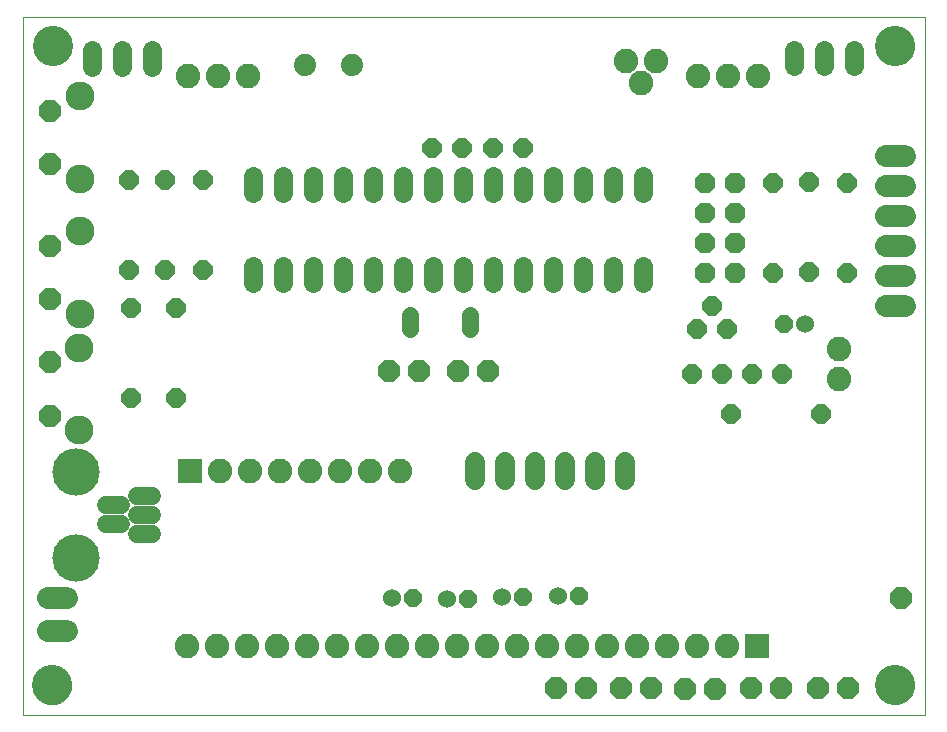
<source format=gbs>
G75*
%MOIN*%
%OFA0B0*%
%FSLAX24Y24*%
%IPPOS*%
%LPD*%
%AMOC8*
5,1,8,0,0,1.08239X$1,22.5*
%
%ADD10C,0.0000*%
%ADD11C,0.1340*%
%ADD12C,0.0640*%
%ADD13C,0.0720*%
%ADD14OC8,0.0640*%
%ADD15OC8,0.0600*%
%ADD16C,0.0600*%
%ADD17OC8,0.0674*%
%ADD18C,0.0674*%
%ADD19OC8,0.0710*%
%ADD20R,0.0820X0.0820*%
%ADD21C,0.0820*%
%ADD22C,0.0560*%
%ADD23C,0.1580*%
%ADD24C,0.0596*%
%ADD25OC8,0.0720*%
%ADD26C,0.0965*%
%ADD27C,0.0740*%
D10*
X001445Y001401D02*
X031517Y001402D01*
X031522Y024643D01*
X001457Y024645D01*
X001445Y001401D01*
X001796Y002375D02*
X001798Y002425D01*
X001804Y002475D01*
X001814Y002524D01*
X001828Y002572D01*
X001845Y002619D01*
X001866Y002664D01*
X001891Y002708D01*
X001919Y002749D01*
X001951Y002788D01*
X001985Y002825D01*
X002022Y002859D01*
X002062Y002889D01*
X002104Y002916D01*
X002148Y002940D01*
X002194Y002961D01*
X002241Y002977D01*
X002289Y002990D01*
X002339Y002999D01*
X002388Y003004D01*
X002439Y003005D01*
X002489Y003002D01*
X002538Y002995D01*
X002587Y002984D01*
X002635Y002969D01*
X002681Y002951D01*
X002726Y002929D01*
X002769Y002903D01*
X002810Y002874D01*
X002849Y002842D01*
X002885Y002807D01*
X002917Y002769D01*
X002947Y002729D01*
X002974Y002686D01*
X002997Y002642D01*
X003016Y002596D01*
X003032Y002548D01*
X003044Y002499D01*
X003052Y002450D01*
X003056Y002400D01*
X003056Y002350D01*
X003052Y002300D01*
X003044Y002251D01*
X003032Y002202D01*
X003016Y002154D01*
X002997Y002108D01*
X002974Y002064D01*
X002947Y002021D01*
X002917Y001981D01*
X002885Y001943D01*
X002849Y001908D01*
X002810Y001876D01*
X002769Y001847D01*
X002726Y001821D01*
X002681Y001799D01*
X002635Y001781D01*
X002587Y001766D01*
X002538Y001755D01*
X002489Y001748D01*
X002439Y001745D01*
X002388Y001746D01*
X002339Y001751D01*
X002289Y001760D01*
X002241Y001773D01*
X002194Y001789D01*
X002148Y001810D01*
X002104Y001834D01*
X002062Y001861D01*
X002022Y001891D01*
X001985Y001925D01*
X001951Y001962D01*
X001919Y002001D01*
X001891Y002042D01*
X001866Y002086D01*
X001845Y002131D01*
X001828Y002178D01*
X001814Y002226D01*
X001804Y002275D01*
X001798Y002325D01*
X001796Y002375D01*
X001813Y023694D02*
X001815Y023744D01*
X001821Y023794D01*
X001831Y023843D01*
X001845Y023891D01*
X001862Y023938D01*
X001883Y023983D01*
X001908Y024027D01*
X001936Y024068D01*
X001968Y024107D01*
X002002Y024144D01*
X002039Y024178D01*
X002079Y024208D01*
X002121Y024235D01*
X002165Y024259D01*
X002211Y024280D01*
X002258Y024296D01*
X002306Y024309D01*
X002356Y024318D01*
X002405Y024323D01*
X002456Y024324D01*
X002506Y024321D01*
X002555Y024314D01*
X002604Y024303D01*
X002652Y024288D01*
X002698Y024270D01*
X002743Y024248D01*
X002786Y024222D01*
X002827Y024193D01*
X002866Y024161D01*
X002902Y024126D01*
X002934Y024088D01*
X002964Y024048D01*
X002991Y024005D01*
X003014Y023961D01*
X003033Y023915D01*
X003049Y023867D01*
X003061Y023818D01*
X003069Y023769D01*
X003073Y023719D01*
X003073Y023669D01*
X003069Y023619D01*
X003061Y023570D01*
X003049Y023521D01*
X003033Y023473D01*
X003014Y023427D01*
X002991Y023383D01*
X002964Y023340D01*
X002934Y023300D01*
X002902Y023262D01*
X002866Y023227D01*
X002827Y023195D01*
X002786Y023166D01*
X002743Y023140D01*
X002698Y023118D01*
X002652Y023100D01*
X002604Y023085D01*
X002555Y023074D01*
X002506Y023067D01*
X002456Y023064D01*
X002405Y023065D01*
X002356Y023070D01*
X002306Y023079D01*
X002258Y023092D01*
X002211Y023108D01*
X002165Y023129D01*
X002121Y023153D01*
X002079Y023180D01*
X002039Y023210D01*
X002002Y023244D01*
X001968Y023281D01*
X001936Y023320D01*
X001908Y023361D01*
X001883Y023405D01*
X001862Y023450D01*
X001845Y023497D01*
X001831Y023545D01*
X001821Y023594D01*
X001815Y023644D01*
X001813Y023694D01*
X029905Y023690D02*
X029907Y023740D01*
X029913Y023790D01*
X029923Y023839D01*
X029937Y023887D01*
X029954Y023934D01*
X029975Y023979D01*
X030000Y024023D01*
X030028Y024064D01*
X030060Y024103D01*
X030094Y024140D01*
X030131Y024174D01*
X030171Y024204D01*
X030213Y024231D01*
X030257Y024255D01*
X030303Y024276D01*
X030350Y024292D01*
X030398Y024305D01*
X030448Y024314D01*
X030497Y024319D01*
X030548Y024320D01*
X030598Y024317D01*
X030647Y024310D01*
X030696Y024299D01*
X030744Y024284D01*
X030790Y024266D01*
X030835Y024244D01*
X030878Y024218D01*
X030919Y024189D01*
X030958Y024157D01*
X030994Y024122D01*
X031026Y024084D01*
X031056Y024044D01*
X031083Y024001D01*
X031106Y023957D01*
X031125Y023911D01*
X031141Y023863D01*
X031153Y023814D01*
X031161Y023765D01*
X031165Y023715D01*
X031165Y023665D01*
X031161Y023615D01*
X031153Y023566D01*
X031141Y023517D01*
X031125Y023469D01*
X031106Y023423D01*
X031083Y023379D01*
X031056Y023336D01*
X031026Y023296D01*
X030994Y023258D01*
X030958Y023223D01*
X030919Y023191D01*
X030878Y023162D01*
X030835Y023136D01*
X030790Y023114D01*
X030744Y023096D01*
X030696Y023081D01*
X030647Y023070D01*
X030598Y023063D01*
X030548Y023060D01*
X030497Y023061D01*
X030448Y023066D01*
X030398Y023075D01*
X030350Y023088D01*
X030303Y023104D01*
X030257Y023125D01*
X030213Y023149D01*
X030171Y023176D01*
X030131Y023206D01*
X030094Y023240D01*
X030060Y023277D01*
X030028Y023316D01*
X030000Y023357D01*
X029975Y023401D01*
X029954Y023446D01*
X029937Y023493D01*
X029923Y023541D01*
X029913Y023590D01*
X029907Y023640D01*
X029905Y023690D01*
X029902Y002389D02*
X029904Y002439D01*
X029910Y002489D01*
X029920Y002538D01*
X029934Y002586D01*
X029951Y002633D01*
X029972Y002678D01*
X029997Y002722D01*
X030025Y002763D01*
X030057Y002802D01*
X030091Y002839D01*
X030128Y002873D01*
X030168Y002903D01*
X030210Y002930D01*
X030254Y002954D01*
X030300Y002975D01*
X030347Y002991D01*
X030395Y003004D01*
X030445Y003013D01*
X030494Y003018D01*
X030545Y003019D01*
X030595Y003016D01*
X030644Y003009D01*
X030693Y002998D01*
X030741Y002983D01*
X030787Y002965D01*
X030832Y002943D01*
X030875Y002917D01*
X030916Y002888D01*
X030955Y002856D01*
X030991Y002821D01*
X031023Y002783D01*
X031053Y002743D01*
X031080Y002700D01*
X031103Y002656D01*
X031122Y002610D01*
X031138Y002562D01*
X031150Y002513D01*
X031158Y002464D01*
X031162Y002414D01*
X031162Y002364D01*
X031158Y002314D01*
X031150Y002265D01*
X031138Y002216D01*
X031122Y002168D01*
X031103Y002122D01*
X031080Y002078D01*
X031053Y002035D01*
X031023Y001995D01*
X030991Y001957D01*
X030955Y001922D01*
X030916Y001890D01*
X030875Y001861D01*
X030832Y001835D01*
X030787Y001813D01*
X030741Y001795D01*
X030693Y001780D01*
X030644Y001769D01*
X030595Y001762D01*
X030545Y001759D01*
X030494Y001760D01*
X030445Y001765D01*
X030395Y001774D01*
X030347Y001787D01*
X030300Y001803D01*
X030254Y001824D01*
X030210Y001848D01*
X030168Y001875D01*
X030128Y001905D01*
X030091Y001939D01*
X030057Y001976D01*
X030025Y002015D01*
X029997Y002056D01*
X029972Y002100D01*
X029951Y002145D01*
X029934Y002192D01*
X029920Y002240D01*
X029910Y002289D01*
X029904Y002339D01*
X029902Y002389D01*
D11*
X030532Y002389D03*
X030535Y023690D03*
X002443Y023694D03*
X002426Y002375D03*
D12*
X009124Y015794D02*
X009124Y016354D01*
X010124Y016354D02*
X010124Y015794D01*
X011124Y015794D02*
X011124Y016354D01*
X012124Y016354D02*
X012124Y015794D01*
X013124Y015794D02*
X013124Y016354D01*
X014124Y016354D02*
X014124Y015794D01*
X015124Y015794D02*
X015124Y016354D01*
X016124Y016354D02*
X016124Y015794D01*
X017124Y015794D02*
X017124Y016354D01*
X018124Y016354D02*
X018124Y015794D01*
X019124Y015794D02*
X019124Y016354D01*
X020124Y016354D02*
X020124Y015794D01*
X021124Y015794D02*
X021124Y016354D01*
X022124Y016354D02*
X022124Y015794D01*
X022124Y018794D02*
X022124Y019354D01*
X021124Y019354D02*
X021124Y018794D01*
X020124Y018794D02*
X020124Y019354D01*
X019124Y019354D02*
X019124Y018794D01*
X018124Y018794D02*
X018124Y019354D01*
X017124Y019354D02*
X017124Y018794D01*
X016124Y018794D02*
X016124Y019354D01*
X015124Y019354D02*
X015124Y018794D01*
X014124Y018794D02*
X014124Y019354D01*
X013124Y019354D02*
X013124Y018794D01*
X012124Y018794D02*
X012124Y019354D01*
X011124Y019354D02*
X011124Y018794D01*
X010124Y018794D02*
X010124Y019354D01*
X009124Y019354D02*
X009124Y018794D01*
X005769Y022995D02*
X005769Y023555D01*
X004769Y023555D02*
X004769Y022995D01*
X003769Y022995D02*
X003769Y023555D01*
X027166Y023567D02*
X027166Y023007D01*
X028166Y023007D02*
X028166Y023567D01*
X029166Y023567D02*
X029166Y023007D01*
D13*
X030219Y020014D02*
X030859Y020014D01*
X030859Y019014D02*
X030219Y019014D01*
X030219Y018014D02*
X030859Y018014D01*
X030859Y017014D02*
X030219Y017014D01*
X030219Y016014D02*
X030859Y016014D01*
X030859Y015014D02*
X030219Y015014D01*
X002937Y005289D02*
X002297Y005289D01*
X002297Y004189D02*
X002937Y004189D01*
D14*
X005073Y011947D03*
X006568Y011952D03*
X006568Y014952D03*
X005073Y014947D03*
X005009Y016229D03*
X006202Y016222D03*
X007444Y016229D03*
X007444Y019229D03*
X006202Y019222D03*
X005009Y019229D03*
X015104Y020284D03*
X016104Y020284D03*
X017136Y020284D03*
X018136Y020284D03*
X024432Y015015D03*
X023932Y014265D03*
X024932Y014265D03*
X024774Y012745D03*
X025769Y012746D03*
X026769Y012746D03*
X028071Y011426D03*
X025071Y011426D03*
X023774Y012745D03*
X026457Y016124D03*
X027653Y016151D03*
X028937Y016124D03*
X028937Y019124D03*
X027653Y019151D03*
X026457Y019124D03*
D15*
X026827Y014422D03*
X020003Y005357D03*
X018136Y005313D03*
X016289Y005266D03*
X014451Y005301D03*
D16*
X013751Y005301D03*
X015589Y005266D03*
X017436Y005313D03*
X019303Y005357D03*
X027527Y014422D03*
D17*
X025208Y016107D03*
X024208Y016107D03*
X024208Y017107D03*
X024208Y018107D03*
X025208Y018107D03*
X025208Y017107D03*
X025208Y019107D03*
X024208Y019107D03*
D18*
X021515Y009812D02*
X021515Y009218D01*
X020515Y009218D02*
X020515Y009812D01*
X019515Y009812D02*
X019515Y009218D01*
X018515Y009218D02*
X018515Y009812D01*
X017515Y009812D02*
X017515Y009218D01*
X016515Y009218D02*
X016515Y009812D01*
D19*
X016963Y012850D03*
X015963Y012850D03*
X014666Y012849D03*
X013666Y012849D03*
X019238Y002270D03*
X020238Y002270D03*
X021408Y002286D03*
X022408Y002286D03*
X023525Y002255D03*
X024525Y002255D03*
X025734Y002270D03*
X026734Y002270D03*
X027945Y002270D03*
X028945Y002270D03*
X030728Y005275D03*
D20*
X025914Y003680D03*
X007014Y009532D03*
D21*
X008014Y009532D03*
X009014Y009532D03*
X010014Y009532D03*
X011014Y009532D03*
X012014Y009532D03*
X013014Y009532D03*
X014014Y009532D03*
X013914Y003680D03*
X014914Y003680D03*
X015914Y003680D03*
X016914Y003680D03*
X017914Y003680D03*
X018914Y003680D03*
X019914Y003680D03*
X020914Y003680D03*
X021914Y003680D03*
X022914Y003680D03*
X023914Y003680D03*
X024914Y003680D03*
X028651Y012594D03*
X028651Y013594D03*
X022070Y022442D03*
X021570Y023192D03*
X022570Y023192D03*
X023958Y022678D03*
X024958Y022678D03*
X025958Y022678D03*
X008959Y022678D03*
X007959Y022678D03*
X006959Y022678D03*
X006914Y003680D03*
X007914Y003680D03*
X008914Y003680D03*
X009914Y003680D03*
X010914Y003680D03*
X011914Y003680D03*
X012914Y003680D03*
D22*
X014354Y014250D02*
X014354Y014730D01*
X016354Y014730D02*
X016354Y014250D01*
D23*
X003220Y009498D03*
X003220Y006624D03*
D24*
X004220Y007746D02*
X004735Y007746D01*
X005247Y007431D02*
X005763Y007431D01*
X005763Y008061D02*
X005247Y008061D01*
X004735Y008376D02*
X004220Y008376D01*
X005247Y008691D02*
X005763Y008691D01*
D25*
X002348Y011364D03*
X002348Y013144D03*
X002364Y015254D03*
X002364Y017034D03*
X002364Y019754D03*
X002364Y021534D03*
D26*
X003344Y022024D03*
X003344Y019264D03*
X003344Y017524D03*
X003344Y014764D03*
X003328Y013634D03*
X003328Y010874D03*
D27*
X010849Y023053D03*
X012424Y023053D03*
M02*

</source>
